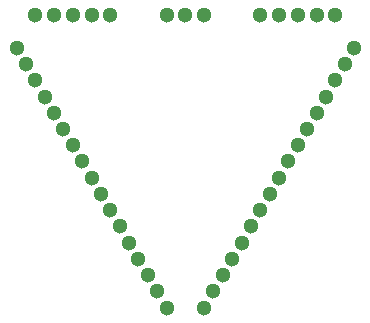
<source format=gbs>
G04 #@! TF.FileFunction,Soldermask,Bot*
%FSLAX46Y46*%
G04 Gerber Fmt 4.6, Leading zero omitted, Abs format (unit mm)*
G04 Created by KiCad (PCBNEW 0.201509030901+6151~29~ubuntu15.04.1-product) date Thu 19 Nov 2015 01:23:01 PM EST*
%MOMM*%
G01*
G04 APERTURE LIST*
%ADD10C,0.100000*%
%ADD11C,1.300000*%
G04 APERTURE END LIST*
D10*
D11*
X26987500Y-28149600D03*
X27781250Y-29524400D03*
X28575000Y-30899200D03*
X29368750Y-32274000D03*
X30162500Y-33648800D03*
X30956250Y-35023600D03*
X31750000Y-36398400D03*
X32543750Y-37773200D03*
X33337500Y-39148000D03*
X34131250Y-40522800D03*
X34925000Y-41897600D03*
X35718750Y-43272400D03*
X36512500Y-44647200D03*
X37306250Y-46022000D03*
X38100000Y-47396800D03*
X38893750Y-48771600D03*
X39687500Y-50146400D03*
X42862500Y-50146400D03*
X43656250Y-48771600D03*
X44450000Y-47396800D03*
X45243750Y-46022000D03*
X46037500Y-44647200D03*
X46831250Y-43272400D03*
X47625000Y-41897600D03*
X48418750Y-40522800D03*
X49212500Y-39148000D03*
X50006250Y-37773200D03*
X50800000Y-36398400D03*
X51593750Y-35023600D03*
X52387500Y-33648800D03*
X53181250Y-32274000D03*
X53975000Y-30899200D03*
X54768750Y-29524400D03*
X55562500Y-28149600D03*
X53975000Y-25400000D03*
X52387500Y-25400000D03*
X50800000Y-25400000D03*
X49212500Y-25400000D03*
X47625000Y-25400000D03*
X42862500Y-25400000D03*
X41275000Y-25400000D03*
X39687500Y-25400000D03*
X34925000Y-25400000D03*
X33337500Y-25400000D03*
X31750000Y-25400000D03*
X30162500Y-25400000D03*
X28575000Y-25400000D03*
M02*

</source>
